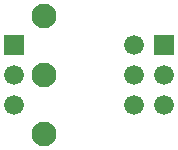
<source format=gts>
G04 Layer: TopSolderMaskLayer*
G04 EasyEDA v6.4.25, 2021-12-11T01:25:18+11:00*
G04 a67cddfb3fce44daa9051d46cbbcc19f,10*
G04 Gerber Generator version 0.2*
G04 Scale: 100 percent, Rotated: No, Reflected: No *
G04 Dimensions in inches *
G04 leading zeros omitted , absolute positions ,3 integer and 6 decimal *
%FSLAX36Y36*%
%MOIN*%

%ADD17C,0.0660*%
%ADD18R,0.0660X0.0660*%
%ADD19C,0.0827*%

%LPD*%
D17*
G01*
X450000Y200000D03*
G01*
X550000Y200000D03*
G01*
X450000Y300000D03*
G01*
X550000Y300000D03*
G01*
X450000Y400000D03*
D18*
G01*
X550000Y400000D03*
D17*
G01*
X50000Y200000D03*
G01*
X50000Y300000D03*
D18*
G01*
X50000Y400000D03*
D19*
G01*
X150000Y496849D03*
G01*
X150000Y300000D03*
G01*
X150000Y103150D03*
M02*

</source>
